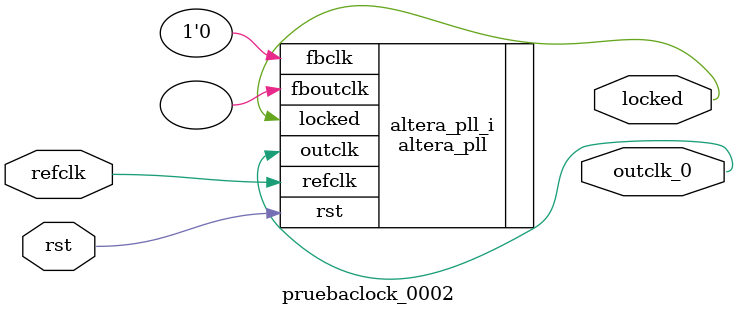
<source format=v>
`timescale 1ns/10ps
module  pruebaclock_0002(

	// interface 'refclk'
	input wire refclk,

	// interface 'reset'
	input wire rst,

	// interface 'outclk0'
	output wire outclk_0,

	// interface 'locked'
	output wire locked
);

	altera_pll #(
		.fractional_vco_multiplier("false"),
		.reference_clock_frequency("50.0 MHz"),
		.operation_mode("direct"),
		.number_of_clocks(1),
		.output_clock_frequency0("25.000000 MHz"),
		.phase_shift0("0 ps"),
		.duty_cycle0(50),
		.output_clock_frequency1("0 MHz"),
		.phase_shift1("0 ps"),
		.duty_cycle1(50),
		.output_clock_frequency2("0 MHz"),
		.phase_shift2("0 ps"),
		.duty_cycle2(50),
		.output_clock_frequency3("0 MHz"),
		.phase_shift3("0 ps"),
		.duty_cycle3(50),
		.output_clock_frequency4("0 MHz"),
		.phase_shift4("0 ps"),
		.duty_cycle4(50),
		.output_clock_frequency5("0 MHz"),
		.phase_shift5("0 ps"),
		.duty_cycle5(50),
		.output_clock_frequency6("0 MHz"),
		.phase_shift6("0 ps"),
		.duty_cycle6(50),
		.output_clock_frequency7("0 MHz"),
		.phase_shift7("0 ps"),
		.duty_cycle7(50),
		.output_clock_frequency8("0 MHz"),
		.phase_shift8("0 ps"),
		.duty_cycle8(50),
		.output_clock_frequency9("0 MHz"),
		.phase_shift9("0 ps"),
		.duty_cycle9(50),
		.output_clock_frequency10("0 MHz"),
		.phase_shift10("0 ps"),
		.duty_cycle10(50),
		.output_clock_frequency11("0 MHz"),
		.phase_shift11("0 ps"),
		.duty_cycle11(50),
		.output_clock_frequency12("0 MHz"),
		.phase_shift12("0 ps"),
		.duty_cycle12(50),
		.output_clock_frequency13("0 MHz"),
		.phase_shift13("0 ps"),
		.duty_cycle13(50),
		.output_clock_frequency14("0 MHz"),
		.phase_shift14("0 ps"),
		.duty_cycle14(50),
		.output_clock_frequency15("0 MHz"),
		.phase_shift15("0 ps"),
		.duty_cycle15(50),
		.output_clock_frequency16("0 MHz"),
		.phase_shift16("0 ps"),
		.duty_cycle16(50),
		.output_clock_frequency17("0 MHz"),
		.phase_shift17("0 ps"),
		.duty_cycle17(50),
		.pll_type("General"),
		.pll_subtype("General")
	) altera_pll_i (
		.rst	(rst),
		.outclk	({outclk_0}),
		.locked	(locked),
		.fboutclk	( ),
		.fbclk	(1'b0),
		.refclk	(refclk)
	);
endmodule


</source>
